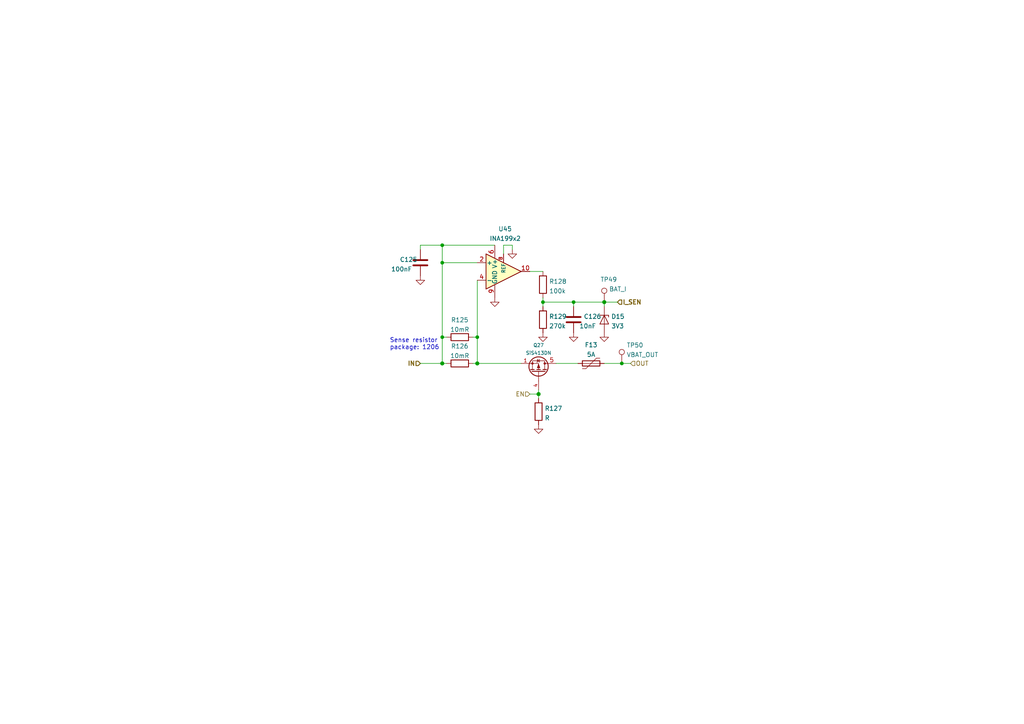
<source format=kicad_sch>
(kicad_sch (version 20210621) (generator eeschema)
  (paper "A4")
  (title_block (title "BUTCube - EPS") (date "2021-06-01") (rev "v1.0") (company "VUT - FIT(STRaDe) & FME(IAE & IPE)") (comment 1 "Author: Petr Malaník"))
  (lib_symbols
    (symbol "Connector:TestPoint" (pin_numbers hide) (pin_names (offset 0.762) hide)
      (property "Reference" "TP" (at 0 6.858 0))
      (property "Value" "TestPoint" (at 0 5.08 0))
      (symbol "TestPoint_0_1"
        (circle (center 0 3.302) (radius 0.762))
      )
      (symbol "TestPoint_1_1"
        (pin passive line (at 0 0 90) (length 2.54) (name "1") (number "1"))
      )
    )
    (symbol "Device:C" (pin_numbers hide) (pin_names (offset 0.254))
      (property "Reference" "C" (at 0.635 2.54 0))
      (property "Value" "C" (at 0.635 -2.54 0))
      (symbol "C_0_1"
        (polyline (pts (xy -2.032 -0.762) (xy 2.032 -0.762)) (stroke (width 0.508)))
        (polyline (pts (xy -2.032 0.762) (xy 2.032 0.762)) (stroke (width 0.508)))
      )
      (symbol "C_1_1"
        (pin passive line (at 0 3.81 270) (length 2.794) (name "~") (number "1"))
        (pin passive line (at 0 -3.81 90) (length 2.794) (name "~") (number "2"))
      )
    )
    (symbol "Device:D_Zener" (pin_numbers hide) (pin_names (offset 1.016) hide)
      (property "Reference" "D" (at 0 2.54 0))
      (property "Value" "D_Zener" (at 0 -2.54 0))
      (symbol "D_Zener_0_1"
        (polyline (pts (xy 1.27 0) (xy -1.27 0)))
        (polyline (pts (xy -1.27 -1.27) (xy -1.27 1.27) (xy -0.762 1.27)) (stroke (width 0.2032)))
        (polyline (pts (xy 1.27 -1.27) (xy 1.27 1.27) (xy -1.27 0) (xy 1.27 -1.27)) (stroke (width 0.2032)))
      )
      (symbol "D_Zener_1_1"
        (pin passive line (at -3.81 0 0) (length 2.54) (name "K") (number "1"))
        (pin passive line (at 3.81 0 180) (length 2.54) (name "A") (number "2"))
      )
    )
    (symbol "Device:Polyfuse" (pin_numbers hide) (pin_names (offset 0))
      (property "Reference" "F" (at -2.54 0 90))
      (property "Value" "Polyfuse" (at 2.54 0 90))
      (symbol "Polyfuse_0_1"
        (rectangle (start -0.762 2.54) (end 0.762 -2.54) (stroke (width 0.254)))
        (polyline (pts (xy 0 2.54) (xy 0 -2.54)))
        (polyline (pts (xy -1.524 2.54) (xy -1.524 1.524) (xy 1.524 -1.524) (xy 1.524 -2.54)))
      )
      (symbol "Polyfuse_1_1"
        (pin passive line (at 0 3.81 270) (length 1.27) (name "~") (number "1"))
        (pin passive line (at 0 -3.81 90) (length 1.27) (name "~") (number "2"))
      )
    )
    (symbol "Device:R" (pin_numbers hide) (pin_names (offset 0))
      (property "Reference" "R" (at 2.032 0 90))
      (property "Value" "R" (at 0 0 90))
      (symbol "R_0_1"
        (rectangle (start -1.016 -2.54) (end 1.016 2.54) (stroke (width 0.254)))
      )
      (symbol "R_1_1"
        (pin passive line (at 0 3.81 270) (length 1.27) (name "~") (number "1"))
        (pin passive line (at 0 -3.81 90) (length 1.27) (name "~") (number "2"))
      )
    )
    (symbol "TCY_power_management:INA199" (pin_names (offset 0.127))
      (property "Reference" "U" (at 3.81 3.81 0))
      (property "Value" "INA199" (at 3.81 -3.81 0))
      (symbol "INA199_0_1"
        (polyline (pts (xy 5.08 0) (xy -5.08 5.08) (xy -5.08 -5.08) (xy 5.08 0)) (stroke (width 0.254)) (fill (type background)))
      )
      (symbol "INA199_1_1"
        (pin output line (at 7.62 0 180) (length 2.54) (name "~") (number "10"))
        (pin input line (at -7.62 2.54 0) (length 2.54) (name "+") (number "2"))
        (pin input line (at -7.62 2.54 0) (length 2.54) hide (name "+") (number "3"))
        (pin input line (at -7.62 -2.54 0) (length 2.54) (name "-") (number "4"))
        (pin input line (at -7.62 -2.54 0) (length 2.54) hide (name "-") (number "5"))
        (pin power_in line (at -2.54 7.62 270) (length 3.81) (name "V+") (number "6"))
        (pin input line (at 0 5.08 270) (length 2.54) (name "REF") (number "8"))
        (pin power_in line (at -2.54 -7.62 90) (length 3.81) (name "GND") (number "9"))
      )
    )
    (symbol "TCY_transistors:SiS413DN" (pin_names hide)
      (property "Reference" "Q" (at 8.89 2.54 0))
      (property "Value" "SiS413DN" (at 8.89 0 0))
      (symbol "SiS413DN_0_1"
        (circle (center -0.889 0) (radius 2.794) (stroke (width 0.254)))
        (circle (center 0 -1.778) (radius 0.254) (fill (type outline)))
        (circle (center 0 1.778) (radius 0.254) (fill (type outline)))
        (polyline (pts (xy -2.286 0) (xy -5.08 0)))
        (polyline (pts (xy -2.286 1.905) (xy -2.286 -1.905)) (stroke (width 0.254)))
        (polyline (pts (xy -1.778 -1.27) (xy -1.778 -2.286)) (stroke (width 0.254)))
        (polyline (pts (xy -1.778 0.508) (xy -1.778 -0.508)) (stroke (width 0.254)))
        (polyline (pts (xy -1.778 2.286) (xy -1.778 1.27)) (stroke (width 0.254)))
        (polyline (pts (xy 0 2.54) (xy 0 1.778)))
        (polyline (pts (xy 0 -2.54) (xy 0 0) (xy -1.778 0)))
        (polyline (pts (xy -1.778 1.778) (xy 0.762 1.778) (xy 0.762 -1.778) (xy -1.778 -1.778)))
        (polyline (pts (xy 0.254 -0.508) (xy 0.381 -0.381) (xy 1.143 -0.381) (xy 1.27 -0.254)))
        (polyline (pts (xy 0.762 -0.381) (xy 0.381 0.254) (xy 1.143 0.254) (xy 0.762 -0.381)))
        (polyline (pts (xy -0.254 0) (xy -1.27 0.381) (xy -1.27 -0.381) (xy -0.254 0)) (fill (type outline)))
      )
      (symbol "SiS413DN_1_1"
        (pin passive line (at 0 -5.08 90) (length 2.54) (name "S") (number "1"))
        (pin passive line (at 0 -5.08 90) (length 2.54) hide (name "S") (number "2"))
        (pin passive line (at 0 -5.08 90) (length 2.54) hide (name "S") (number "3"))
        (pin passive line (at -7.62 0 0) (length 2.54) (name "G") (number "4"))
        (pin passive line (at 0 5.08 270) (length 2.54) (name "D") (number "5"))
        (pin passive line (at 0 5.08 270) (length 2.54) hide (name "D") (number "6"))
        (pin passive line (at 0 5.08 270) (length 2.54) hide (name "D") (number "7"))
        (pin passive line (at 0 5.08 270) (length 2.54) hide (name "D") (number "8"))
        (pin passive line (at 0 5.08 270) (length 2.54) hide (name "D") (number "9"))
      )
    )
    (symbol "power:GND" (power) (pin_names (offset 0))
      (property "Value" "GND" (at 0 -3.81 0))
      (symbol "GND_0_1"
        (polyline (pts (xy 0 0) (xy 0 -1.27) (xy 1.27 -1.27) (xy 0 -2.54) (xy -1.27 -1.27) (xy 0 -1.27)))
      )
      (symbol "GND_1_1"
        (pin power_in line (at 0 0 270) (length 0) hide (name "GND") (number "1"))
      )
    )
  )
  (junction (at 128.27 71.12) (diameter 0.9144))
  (junction (at 128.27 76.2) (diameter 0.9144))
  (junction (at 128.27 97.79) (diameter 0.9144))
  (junction (at 128.27 105.41) (diameter 1.016))
  (junction (at 138.43 97.79) (diameter 0.9144))
  (junction (at 138.43 105.41) (diameter 1.016))
  (junction (at 156.21 114.3) (diameter 1.016))
  (junction (at 157.48 87.63) (diameter 0.9144))
  (junction (at 166.37 87.63) (diameter 0.9144))
  (junction (at 175.26 87.63) (diameter 1.016))
  (junction (at 180.34 105.41) (diameter 0.9144))
  (wire (pts (xy 121.92 71.12) (xy 121.92 72.39)))
  (wire (pts (xy 121.92 71.12) (xy 128.27 71.12)))
  (wire (pts (xy 121.92 105.41) (xy 128.27 105.41)))
  (wire (pts (xy 128.27 71.12) (xy 128.27 76.2)))
  (wire (pts (xy 128.27 71.12) (xy 143.51 71.12)))
  (wire (pts (xy 128.27 76.2) (xy 128.27 97.79)))
  (wire (pts (xy 128.27 76.2) (xy 138.43 76.2)))
  (wire (pts (xy 128.27 97.79) (xy 128.27 105.41)))
  (wire (pts (xy 128.27 97.79) (xy 129.54 97.79)))
  (wire (pts (xy 128.27 105.41) (xy 129.54 105.41)))
  (wire (pts (xy 137.16 97.79) (xy 138.43 97.79)))
  (wire (pts (xy 137.16 105.41) (xy 138.43 105.41)))
  (wire (pts (xy 138.43 81.28) (xy 138.43 97.79)))
  (wire (pts (xy 138.43 97.79) (xy 138.43 105.41)))
  (wire (pts (xy 138.43 105.41) (xy 151.13 105.41)))
  (wire (pts (xy 146.05 71.12) (xy 146.05 73.66)))
  (wire (pts (xy 148.59 71.12) (xy 146.05 71.12)))
  (wire (pts (xy 148.59 72.39) (xy 148.59 71.12)))
  (wire (pts (xy 153.67 78.74) (xy 157.48 78.74)))
  (wire (pts (xy 153.67 114.3) (xy 156.21 114.3)))
  (wire (pts (xy 156.21 114.3) (xy 156.21 113.03)))
  (wire (pts (xy 156.21 114.3) (xy 156.21 115.57)))
  (wire (pts (xy 157.48 86.36) (xy 157.48 87.63)))
  (wire (pts (xy 157.48 87.63) (xy 157.48 88.9)))
  (wire (pts (xy 157.48 87.63) (xy 166.37 87.63)))
  (wire (pts (xy 161.29 105.41) (xy 167.64 105.41)))
  (wire (pts (xy 166.37 87.63) (xy 166.37 88.9)))
  (wire (pts (xy 166.37 87.63) (xy 175.26 87.63)))
  (wire (pts (xy 175.26 87.63) (xy 179.07 87.63)))
  (wire (pts (xy 175.26 88.9) (xy 175.26 87.63)))
  (wire (pts (xy 175.26 105.41) (xy 180.34 105.41)))
  (wire (pts (xy 180.34 105.41) (xy 182.88 105.41)))
  (text "Sense resistor \npackage: 1206" (at 113.03 101.6 0) (effects (font (size 1.27 1.27)) (justify left bottom)))
  (hierarchical_label "IN" (shape input) (at 121.92 105.41 180) (effects (font (thickness 0.254))))
  (hierarchical_label "EN" (shape input) (at 153.67 114.3 180))
  (hierarchical_label "I_SEN" (shape input) (at 179.07 87.63 0) (effects (font (thickness 0.254))))
  (hierarchical_label "OUT" (shape input) (at 182.88 105.41 0))
  (symbol (lib_id "Connector:TestPoint") (at 175.26 87.63 0)
    (property "Reference" "TP49" (at 174.1171 81.07 0) (effects (justify left)))
    (property "Value" "BAT_I" (at 176.6571 83.8451 0) (effects (justify left)))
    (property "Footprint" "TCY_connectors:TestPoint_Pad_D0.5mm" (effects hide))
  )
  (symbol (lib_id "Connector:TestPoint") (at 180.34 105.41 0)
    (property "Reference" "TP50" (at 181.7371 100.12 0) (effects (justify left)))
    (property "Value" "VBAT_OUT" (at 181.7371 102.8951 0) (effects (justify left)))
    (property "Footprint" "TCY_connectors:TestPoint_Pad_D0.5mm" (effects hide))
  )
  (symbol (lib_id "power:GND") (at 121.92 80.01 0)
    (property "Reference" "#PWR0265" (effects hide))
    (property "Value" "GND" (effects hide))
  )
  (symbol (lib_id "power:GND") (at 143.51 86.36 0)
    (property "Reference" "#PWR0266" (effects hide))
    (property "Value" "GND" (effects hide))
  )
  (symbol (lib_id "power:GND") (at 148.59 72.39 0)
    (property "Reference" "#PWR0267" (effects hide))
    (property "Value" "GND" (effects hide))
  )
  (symbol (lib_id "power:GND") (at 156.21 123.19 0)
    (property "Reference" "#PWR0268" (effects hide))
    (property "Value" "GND" (effects hide))
  )
  (symbol (lib_id "power:GND") (at 157.48 96.52 0)
    (property "Reference" "#PWR0269" (effects hide))
    (property "Value" "GND" (effects hide))
  )
  (symbol (lib_id "power:GND") (at 166.37 96.52 0)
    (property "Reference" "#PWR0270" (effects hide))
    (property "Value" "GND" (effects hide))
  )
  (symbol (lib_id "power:GND") (at 175.26 96.52 0)
    (property "Reference" "#PWR0271" (effects hide))
    (property "Value" "GND" (effects hide))
  )
  (symbol (lib_id "Device:R") (at 133.35 97.79 90)
    (property "Reference" "R125" (at 133.35 92.8074 90))
    (property "Value" "10mR" (at 133.35 95.5825 90))
  )
  (symbol (lib_id "Device:R") (at 133.35 105.41 90)
    (property "Reference" "R126" (at 133.35 100.4274 90))
    (property "Value" "10mR" (at 133.35 103.2025 90))
  )
  (symbol (lib_id "Device:R") (at 156.21 119.38 0)
    (property "Reference" "R127" (at 157.9881 118.4715 0) (effects (justify left)))
    (property "Value" "R" (at 157.9881 121.2466 0) (effects (justify left)))
  )
  (symbol (lib_id "Device:R") (at 157.48 82.55 180)
    (property "Reference" "R128" (at 159.2581 81.6415 0) (effects (justify right)))
    (property "Value" "100k" (at 159.2581 84.4166 0) (effects (justify right)))
  )
  (symbol (lib_id "Device:R") (at 157.48 92.71 180)
    (property "Reference" "R129" (at 159.2581 91.8015 0) (effects (justify right)))
    (property "Value" "270k" (at 159.2581 94.5766 0) (effects (justify right)))
  )
  (symbol (lib_id "Device:D_Zener") (at 175.26 92.71 270)
    (property "Reference" "D15" (at 177.2667 91.8015 90) (effects (justify left)))
    (property "Value" "3V3" (at 177.2667 94.5766 90) (effects (justify left)))
  )
  (symbol (lib_id "Device:Polyfuse") (at 171.45 105.41 90)
    (property "Reference" "F13" (at 171.45 100.0464 90))
    (property "Value" "5A" (at 171.45 102.8215 90))
  )
  (symbol (lib_id "Device:C") (at 121.92 76.2 0)
    (property "Reference" "C125" (at 115.9511 75.2915 0) (effects (justify left)))
    (property "Value" "100nF" (at 113.4111 78.0666 0) (effects (justify left)))
  )
  (symbol (lib_id "Device:C") (at 166.37 92.71 0)
    (property "Reference" "C126" (at 169.2911 91.8015 0) (effects (justify left)))
    (property "Value" "10nF" (at 168.0211 94.5766 0) (effects (justify left)))
  )
  (symbol (lib_id "TCY_transistors:SiS413DN") (at 156.21 105.41 270) (mirror x)
    (property "Reference" "Q27" (at 156.21 100.1388 90) (effects (font (size 1 1))))
    (property "Value" "SiS413DN" (at 156.21 102.3778 90) (effects (font (size 1 1))))
    (property "Footprint" "Package_SO:Vishay_PowerPAK_1212-8_Single" (effects hide))
    (property "Datasheet" "https://www.vishay.com/docs/63262/sis413dn.pdf" (effects hide))
  )
  (symbol (lib_id "TCY_power_management:INA199") (at 146.05 78.74 0)
    (property "Reference" "U45" (at 144.5261 66.4015 0) (effects (justify left)))
    (property "Value" "INA199x2" (at 141.9861 69.1766 0) (effects (justify left)))
    (property "Footprint" "Package_DFN_QFN:UQFN-10_1.4x1.8mm_P0.4mm" (effects hide))
    (property "Datasheet" "https://www.ti.com/lit/ds/symlink/ina199.pdf" (effects hide))
  )
)
</source>
